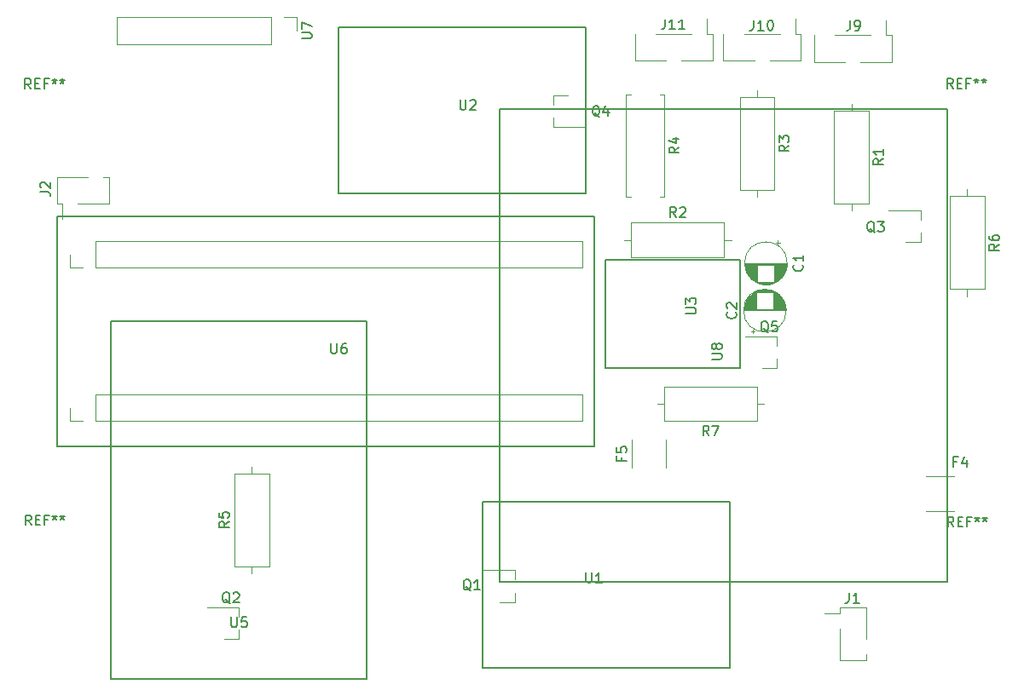
<source format=gbr>
G04 #@! TF.GenerationSoftware,KiCad,Pcbnew,(5.0.2)-1*
G04 #@! TF.CreationDate,2019-08-17T15:57:10+01:00*
G04 #@! TF.ProjectId,SoliCamb Rev 4 PCB,536f6c69-4361-46d6-9220-526576203420,rev?*
G04 #@! TF.SameCoordinates,Original*
G04 #@! TF.FileFunction,Legend,Top*
G04 #@! TF.FilePolarity,Positive*
%FSLAX46Y46*%
G04 Gerber Fmt 4.6, Leading zero omitted, Abs format (unit mm)*
G04 Created by KiCad (PCBNEW (5.0.2)-1) date 8/17/2019 3:57:10 PM*
%MOMM*%
%LPD*%
G01*
G04 APERTURE LIST*
%ADD10C,0.120000*%
%ADD11C,0.150000*%
G04 APERTURE END LIST*
D10*
G04 #@! TO.C,F4*
X155086252Y-122510000D02*
X152313748Y-122510000D01*
X155086252Y-119090000D02*
X152313748Y-119090000D01*
G04 #@! TO.C,F5*
X126470000Y-118241252D02*
X126470000Y-115468748D01*
X123050000Y-118241252D02*
X123050000Y-115468748D01*
G04 #@! TO.C,Q1*
X111460000Y-131580000D02*
X111460000Y-130650000D01*
X111460000Y-128420000D02*
X111460000Y-129350000D01*
X111460000Y-128420000D02*
X108300000Y-128420000D01*
X111460000Y-131580000D02*
X110000000Y-131580000D01*
G04 #@! TO.C,Q2*
X84048000Y-135250000D02*
X84048000Y-134320000D01*
X84048000Y-132090000D02*
X84048000Y-133020000D01*
X84048000Y-132090000D02*
X80888000Y-132090000D01*
X84048000Y-135250000D02*
X82588000Y-135250000D01*
G04 #@! TO.C,Q3*
X151760000Y-95780000D02*
X150300000Y-95780000D01*
X151760000Y-92620000D02*
X148600000Y-92620000D01*
X151760000Y-92620000D02*
X151760000Y-93550000D01*
X151760000Y-95780000D02*
X151760000Y-94850000D01*
G04 #@! TO.C,J1*
X143715000Y-132130000D02*
X146375000Y-132130000D01*
X143715000Y-137330000D02*
X146375000Y-137330000D01*
X146375000Y-132130000D02*
X146375000Y-135240000D01*
X143715000Y-132700000D02*
X142195000Y-132700000D01*
X143715000Y-132130000D02*
X143715000Y-132700000D01*
X146375000Y-136760000D02*
X146375000Y-137330000D01*
X143715000Y-134220000D02*
X143715000Y-137330000D01*
G04 #@! TO.C,J2*
X68070000Y-92008000D02*
X71180000Y-92008000D01*
X70610000Y-89348000D02*
X71180000Y-89348000D01*
X65980000Y-92008000D02*
X66550000Y-92008000D01*
X66550000Y-92008000D02*
X66550000Y-93528000D01*
X65980000Y-89348000D02*
X69090000Y-89348000D01*
X71180000Y-92008000D02*
X71180000Y-89348000D01*
X65980000Y-92008000D02*
X65980000Y-89348000D01*
G04 #@! TO.C,Q4*
X115294000Y-81224000D02*
X116754000Y-81224000D01*
X115294000Y-84384000D02*
X118454000Y-84384000D01*
X115294000Y-84384000D02*
X115294000Y-83454000D01*
X115294000Y-81224000D02*
X115294000Y-82154000D01*
G04 #@! TO.C,Q5*
X137495555Y-108322969D02*
X137495555Y-107392969D01*
X137495555Y-105162969D02*
X137495555Y-106092969D01*
X137495555Y-105162969D02*
X134335555Y-105162969D01*
X137495555Y-108322969D02*
X136035555Y-108322969D01*
G04 #@! TO.C,U7*
X71949000Y-73473000D02*
X71949000Y-76133000D01*
X87249000Y-73473000D02*
X71949000Y-73473000D01*
X87249000Y-76133000D02*
X71949000Y-76133000D01*
X87249000Y-73473000D02*
X87249000Y-76133000D01*
X88519000Y-73473000D02*
X89849000Y-73473000D01*
X89849000Y-73473000D02*
X89849000Y-74803000D01*
G04 #@! TO.C,J9*
X148904000Y-75251000D02*
X148904000Y-77911000D01*
X141164000Y-75251000D02*
X141164000Y-77911000D01*
X148904000Y-77911000D02*
X145794000Y-77911000D01*
X148334000Y-75251000D02*
X148334000Y-73731000D01*
X148904000Y-75251000D02*
X148334000Y-75251000D01*
X141734000Y-77911000D02*
X141164000Y-77911000D01*
X144274000Y-77911000D02*
X141164000Y-77911000D01*
X146814000Y-75251000D02*
X143254000Y-75251000D01*
G04 #@! TO.C,J10*
X137797000Y-75124000D02*
X134237000Y-75124000D01*
X135257000Y-77784000D02*
X132147000Y-77784000D01*
X132717000Y-77784000D02*
X132147000Y-77784000D01*
X139887000Y-75124000D02*
X139317000Y-75124000D01*
X139317000Y-75124000D02*
X139317000Y-73604000D01*
X139887000Y-77784000D02*
X136777000Y-77784000D01*
X132147000Y-75124000D02*
X132147000Y-77784000D01*
X139887000Y-75124000D02*
X139887000Y-77784000D01*
G04 #@! TO.C,J11*
X131124000Y-75128000D02*
X131124000Y-77788000D01*
X123384000Y-75128000D02*
X123384000Y-77788000D01*
X131124000Y-77788000D02*
X128014000Y-77788000D01*
X130554000Y-75128000D02*
X130554000Y-73608000D01*
X131124000Y-75128000D02*
X130554000Y-75128000D01*
X123954000Y-77788000D02*
X123384000Y-77788000D01*
X126494000Y-77788000D02*
X123384000Y-77788000D01*
X129034000Y-75128000D02*
X125474000Y-75128000D01*
D11*
G04 #@! TO.C,U1*
X132800000Y-121600000D02*
X132800000Y-138100000D01*
X108300000Y-121600000D02*
X132800000Y-121600000D01*
X108300000Y-138100000D02*
X108300000Y-121600000D01*
X132800000Y-138100000D02*
X108300000Y-138100000D01*
G04 #@! TO.C,U2*
X93996000Y-74446000D02*
X118496000Y-74446000D01*
X118496000Y-74446000D02*
X118496000Y-90946000D01*
X118496000Y-90946000D02*
X93996000Y-90946000D01*
X93996000Y-90946000D02*
X93996000Y-74446000D01*
D10*
G04 #@! TO.C,U6*
X67250000Y-98358000D02*
X67250000Y-97028000D01*
X69850000Y-98358000D02*
X118170000Y-98358000D01*
X118170000Y-98358000D02*
X118170000Y-95698000D01*
X68580000Y-98358000D02*
X67250000Y-98358000D01*
X69850000Y-95698000D02*
X118170000Y-95698000D01*
X69850000Y-98358000D02*
X69850000Y-95698000D01*
X67250000Y-113598000D02*
X67250000Y-112268000D01*
X69850000Y-113598000D02*
X118170000Y-113598000D01*
X118170000Y-113598000D02*
X118170000Y-110938000D01*
X68580000Y-113598000D02*
X67250000Y-113598000D01*
X69850000Y-110938000D02*
X118170000Y-110938000D01*
X69850000Y-113598000D02*
X69850000Y-110938000D01*
D11*
X66040000Y-93218000D02*
X66040000Y-116078000D01*
X66040000Y-116078000D02*
X119380000Y-116078000D01*
X119380000Y-116078000D02*
X119380000Y-93218000D01*
X119380000Y-93218000D02*
X66040000Y-93218000D01*
D10*
G04 #@! TO.C,C1*
X138520000Y-97900000D02*
G75*
G03X138520000Y-97900000I-2120000J0D01*
G01*
X138480000Y-97900000D02*
X134320000Y-97900000D01*
X138480000Y-97940000D02*
X134320000Y-97940000D01*
X138479000Y-97980000D02*
X134321000Y-97980000D01*
X138477000Y-98020000D02*
X134323000Y-98020000D01*
X138474000Y-98060000D02*
X134326000Y-98060000D01*
X138471000Y-98100000D02*
X137240000Y-98100000D01*
X135560000Y-98100000D02*
X134329000Y-98100000D01*
X138467000Y-98140000D02*
X137240000Y-98140000D01*
X135560000Y-98140000D02*
X134333000Y-98140000D01*
X138462000Y-98180000D02*
X137240000Y-98180000D01*
X135560000Y-98180000D02*
X134338000Y-98180000D01*
X138456000Y-98220000D02*
X137240000Y-98220000D01*
X135560000Y-98220000D02*
X134344000Y-98220000D01*
X138450000Y-98260000D02*
X137240000Y-98260000D01*
X135560000Y-98260000D02*
X134350000Y-98260000D01*
X138442000Y-98300000D02*
X137240000Y-98300000D01*
X135560000Y-98300000D02*
X134358000Y-98300000D01*
X138434000Y-98340000D02*
X137240000Y-98340000D01*
X135560000Y-98340000D02*
X134366000Y-98340000D01*
X138425000Y-98380000D02*
X137240000Y-98380000D01*
X135560000Y-98380000D02*
X134375000Y-98380000D01*
X138416000Y-98420000D02*
X137240000Y-98420000D01*
X135560000Y-98420000D02*
X134384000Y-98420000D01*
X138405000Y-98460000D02*
X137240000Y-98460000D01*
X135560000Y-98460000D02*
X134395000Y-98460000D01*
X138394000Y-98500000D02*
X137240000Y-98500000D01*
X135560000Y-98500000D02*
X134406000Y-98500000D01*
X138382000Y-98540000D02*
X137240000Y-98540000D01*
X135560000Y-98540000D02*
X134418000Y-98540000D01*
X138368000Y-98580000D02*
X137240000Y-98580000D01*
X135560000Y-98580000D02*
X134432000Y-98580000D01*
X138354000Y-98621000D02*
X137240000Y-98621000D01*
X135560000Y-98621000D02*
X134446000Y-98621000D01*
X138340000Y-98661000D02*
X137240000Y-98661000D01*
X135560000Y-98661000D02*
X134460000Y-98661000D01*
X138324000Y-98701000D02*
X137240000Y-98701000D01*
X135560000Y-98701000D02*
X134476000Y-98701000D01*
X138307000Y-98741000D02*
X137240000Y-98741000D01*
X135560000Y-98741000D02*
X134493000Y-98741000D01*
X138289000Y-98781000D02*
X137240000Y-98781000D01*
X135560000Y-98781000D02*
X134511000Y-98781000D01*
X138270000Y-98821000D02*
X137240000Y-98821000D01*
X135560000Y-98821000D02*
X134530000Y-98821000D01*
X138251000Y-98861000D02*
X137240000Y-98861000D01*
X135560000Y-98861000D02*
X134549000Y-98861000D01*
X138230000Y-98901000D02*
X137240000Y-98901000D01*
X135560000Y-98901000D02*
X134570000Y-98901000D01*
X138208000Y-98941000D02*
X137240000Y-98941000D01*
X135560000Y-98941000D02*
X134592000Y-98941000D01*
X138185000Y-98981000D02*
X137240000Y-98981000D01*
X135560000Y-98981000D02*
X134615000Y-98981000D01*
X138160000Y-99021000D02*
X137240000Y-99021000D01*
X135560000Y-99021000D02*
X134640000Y-99021000D01*
X138135000Y-99061000D02*
X137240000Y-99061000D01*
X135560000Y-99061000D02*
X134665000Y-99061000D01*
X138108000Y-99101000D02*
X137240000Y-99101000D01*
X135560000Y-99101000D02*
X134692000Y-99101000D01*
X138080000Y-99141000D02*
X137240000Y-99141000D01*
X135560000Y-99141000D02*
X134720000Y-99141000D01*
X138050000Y-99181000D02*
X137240000Y-99181000D01*
X135560000Y-99181000D02*
X134750000Y-99181000D01*
X138019000Y-99221000D02*
X137240000Y-99221000D01*
X135560000Y-99221000D02*
X134781000Y-99221000D01*
X137987000Y-99261000D02*
X137240000Y-99261000D01*
X135560000Y-99261000D02*
X134813000Y-99261000D01*
X137952000Y-99301000D02*
X137240000Y-99301000D01*
X135560000Y-99301000D02*
X134848000Y-99301000D01*
X137916000Y-99341000D02*
X137240000Y-99341000D01*
X135560000Y-99341000D02*
X134884000Y-99341000D01*
X137878000Y-99381000D02*
X137240000Y-99381000D01*
X135560000Y-99381000D02*
X134922000Y-99381000D01*
X137838000Y-99421000D02*
X137240000Y-99421000D01*
X135560000Y-99421000D02*
X134962000Y-99421000D01*
X137796000Y-99461000D02*
X137240000Y-99461000D01*
X135560000Y-99461000D02*
X135004000Y-99461000D01*
X137751000Y-99501000D02*
X137240000Y-99501000D01*
X135560000Y-99501000D02*
X135049000Y-99501000D01*
X137704000Y-99541000D02*
X137240000Y-99541000D01*
X135560000Y-99541000D02*
X135096000Y-99541000D01*
X137654000Y-99581000D02*
X137240000Y-99581000D01*
X135560000Y-99581000D02*
X135146000Y-99581000D01*
X137600000Y-99621000D02*
X137240000Y-99621000D01*
X135560000Y-99621000D02*
X135200000Y-99621000D01*
X137542000Y-99661000D02*
X137240000Y-99661000D01*
X135560000Y-99661000D02*
X135258000Y-99661000D01*
X137480000Y-99701000D02*
X137240000Y-99701000D01*
X135560000Y-99701000D02*
X135320000Y-99701000D01*
X137413000Y-99741000D02*
X135387000Y-99741000D01*
X137340000Y-99781000D02*
X135460000Y-99781000D01*
X137259000Y-99821000D02*
X135541000Y-99821000D01*
X137168000Y-99861000D02*
X135632000Y-99861000D01*
X137064000Y-99901000D02*
X135736000Y-99901000D01*
X136937000Y-99941000D02*
X135863000Y-99941000D01*
X136770000Y-99981000D02*
X136030000Y-99981000D01*
X137595000Y-95630199D02*
X137595000Y-96030199D01*
X137795000Y-95830199D02*
X137395000Y-95830199D01*
G04 #@! TO.C,C2*
X134905000Y-104669801D02*
X135305000Y-104669801D01*
X135105000Y-104869801D02*
X135105000Y-104469801D01*
X135930000Y-100519000D02*
X136670000Y-100519000D01*
X135763000Y-100559000D02*
X136837000Y-100559000D01*
X135636000Y-100599000D02*
X136964000Y-100599000D01*
X135532000Y-100639000D02*
X137068000Y-100639000D01*
X135441000Y-100679000D02*
X137159000Y-100679000D01*
X135360000Y-100719000D02*
X137240000Y-100719000D01*
X135287000Y-100759000D02*
X137313000Y-100759000D01*
X137140000Y-100799000D02*
X137380000Y-100799000D01*
X135220000Y-100799000D02*
X135460000Y-100799000D01*
X137140000Y-100839000D02*
X137442000Y-100839000D01*
X135158000Y-100839000D02*
X135460000Y-100839000D01*
X137140000Y-100879000D02*
X137500000Y-100879000D01*
X135100000Y-100879000D02*
X135460000Y-100879000D01*
X137140000Y-100919000D02*
X137554000Y-100919000D01*
X135046000Y-100919000D02*
X135460000Y-100919000D01*
X137140000Y-100959000D02*
X137604000Y-100959000D01*
X134996000Y-100959000D02*
X135460000Y-100959000D01*
X137140000Y-100999000D02*
X137651000Y-100999000D01*
X134949000Y-100999000D02*
X135460000Y-100999000D01*
X137140000Y-101039000D02*
X137696000Y-101039000D01*
X134904000Y-101039000D02*
X135460000Y-101039000D01*
X137140000Y-101079000D02*
X137738000Y-101079000D01*
X134862000Y-101079000D02*
X135460000Y-101079000D01*
X137140000Y-101119000D02*
X137778000Y-101119000D01*
X134822000Y-101119000D02*
X135460000Y-101119000D01*
X137140000Y-101159000D02*
X137816000Y-101159000D01*
X134784000Y-101159000D02*
X135460000Y-101159000D01*
X137140000Y-101199000D02*
X137852000Y-101199000D01*
X134748000Y-101199000D02*
X135460000Y-101199000D01*
X137140000Y-101239000D02*
X137887000Y-101239000D01*
X134713000Y-101239000D02*
X135460000Y-101239000D01*
X137140000Y-101279000D02*
X137919000Y-101279000D01*
X134681000Y-101279000D02*
X135460000Y-101279000D01*
X137140000Y-101319000D02*
X137950000Y-101319000D01*
X134650000Y-101319000D02*
X135460000Y-101319000D01*
X137140000Y-101359000D02*
X137980000Y-101359000D01*
X134620000Y-101359000D02*
X135460000Y-101359000D01*
X137140000Y-101399000D02*
X138008000Y-101399000D01*
X134592000Y-101399000D02*
X135460000Y-101399000D01*
X137140000Y-101439000D02*
X138035000Y-101439000D01*
X134565000Y-101439000D02*
X135460000Y-101439000D01*
X137140000Y-101479000D02*
X138060000Y-101479000D01*
X134540000Y-101479000D02*
X135460000Y-101479000D01*
X137140000Y-101519000D02*
X138085000Y-101519000D01*
X134515000Y-101519000D02*
X135460000Y-101519000D01*
X137140000Y-101559000D02*
X138108000Y-101559000D01*
X134492000Y-101559000D02*
X135460000Y-101559000D01*
X137140000Y-101599000D02*
X138130000Y-101599000D01*
X134470000Y-101599000D02*
X135460000Y-101599000D01*
X137140000Y-101639000D02*
X138151000Y-101639000D01*
X134449000Y-101639000D02*
X135460000Y-101639000D01*
X137140000Y-101679000D02*
X138170000Y-101679000D01*
X134430000Y-101679000D02*
X135460000Y-101679000D01*
X137140000Y-101719000D02*
X138189000Y-101719000D01*
X134411000Y-101719000D02*
X135460000Y-101719000D01*
X137140000Y-101759000D02*
X138207000Y-101759000D01*
X134393000Y-101759000D02*
X135460000Y-101759000D01*
X137140000Y-101799000D02*
X138224000Y-101799000D01*
X134376000Y-101799000D02*
X135460000Y-101799000D01*
X137140000Y-101839000D02*
X138240000Y-101839000D01*
X134360000Y-101839000D02*
X135460000Y-101839000D01*
X137140000Y-101879000D02*
X138254000Y-101879000D01*
X134346000Y-101879000D02*
X135460000Y-101879000D01*
X137140000Y-101920000D02*
X138268000Y-101920000D01*
X134332000Y-101920000D02*
X135460000Y-101920000D01*
X137140000Y-101960000D02*
X138282000Y-101960000D01*
X134318000Y-101960000D02*
X135460000Y-101960000D01*
X137140000Y-102000000D02*
X138294000Y-102000000D01*
X134306000Y-102000000D02*
X135460000Y-102000000D01*
X137140000Y-102040000D02*
X138305000Y-102040000D01*
X134295000Y-102040000D02*
X135460000Y-102040000D01*
X137140000Y-102080000D02*
X138316000Y-102080000D01*
X134284000Y-102080000D02*
X135460000Y-102080000D01*
X137140000Y-102120000D02*
X138325000Y-102120000D01*
X134275000Y-102120000D02*
X135460000Y-102120000D01*
X137140000Y-102160000D02*
X138334000Y-102160000D01*
X134266000Y-102160000D02*
X135460000Y-102160000D01*
X137140000Y-102200000D02*
X138342000Y-102200000D01*
X134258000Y-102200000D02*
X135460000Y-102200000D01*
X137140000Y-102240000D02*
X138350000Y-102240000D01*
X134250000Y-102240000D02*
X135460000Y-102240000D01*
X137140000Y-102280000D02*
X138356000Y-102280000D01*
X134244000Y-102280000D02*
X135460000Y-102280000D01*
X137140000Y-102320000D02*
X138362000Y-102320000D01*
X134238000Y-102320000D02*
X135460000Y-102320000D01*
X137140000Y-102360000D02*
X138367000Y-102360000D01*
X134233000Y-102360000D02*
X135460000Y-102360000D01*
X137140000Y-102400000D02*
X138371000Y-102400000D01*
X134229000Y-102400000D02*
X135460000Y-102400000D01*
X134226000Y-102440000D02*
X138374000Y-102440000D01*
X134223000Y-102480000D02*
X138377000Y-102480000D01*
X134221000Y-102520000D02*
X138379000Y-102520000D01*
X134220000Y-102560000D02*
X138380000Y-102560000D01*
X134220000Y-102600000D02*
X138380000Y-102600000D01*
X138420000Y-102600000D02*
G75*
G03X138420000Y-102600000I-2120000J0D01*
G01*
G04 #@! TO.C,R1*
X146620000Y-82730000D02*
X143180000Y-82730000D01*
X143180000Y-82730000D02*
X143180000Y-91970000D01*
X143180000Y-91970000D02*
X146620000Y-91970000D01*
X146620000Y-91970000D02*
X146620000Y-82730000D01*
X144900000Y-82040000D02*
X144900000Y-82730000D01*
X144900000Y-92660000D02*
X144900000Y-91970000D01*
G04 #@! TO.C,R2*
X132960000Y-95600000D02*
X132270000Y-95600000D01*
X122340000Y-95600000D02*
X123030000Y-95600000D01*
X132270000Y-93880000D02*
X123030000Y-93880000D01*
X132270000Y-97320000D02*
X132270000Y-93880000D01*
X123030000Y-97320000D02*
X132270000Y-97320000D01*
X123030000Y-93880000D02*
X123030000Y-97320000D01*
G04 #@! TO.C,R3*
X137240000Y-81410000D02*
X133800000Y-81410000D01*
X133800000Y-81410000D02*
X133800000Y-90650000D01*
X133800000Y-90650000D02*
X137240000Y-90650000D01*
X137240000Y-90650000D02*
X137240000Y-81410000D01*
X135520000Y-80720000D02*
X135520000Y-81410000D01*
X135520000Y-91340000D02*
X135520000Y-90650000D01*
G04 #@! TO.C,R4*
X125850000Y-81130000D02*
X126330000Y-81130000D01*
X126330000Y-81130000D02*
X126330000Y-91270000D01*
X126330000Y-91270000D02*
X125850000Y-91270000D01*
X122970000Y-81130000D02*
X122490000Y-81130000D01*
X122490000Y-81130000D02*
X122490000Y-91270000D01*
X122490000Y-91270000D02*
X122970000Y-91270000D01*
G04 #@! TO.C,R5*
X83630000Y-128030000D02*
X87070000Y-128030000D01*
X87070000Y-128030000D02*
X87070000Y-118790000D01*
X87070000Y-118790000D02*
X83630000Y-118790000D01*
X83630000Y-118790000D02*
X83630000Y-128030000D01*
X85350000Y-128720000D02*
X85350000Y-128030000D01*
X85350000Y-118100000D02*
X85350000Y-118790000D01*
G04 #@! TO.C,R6*
X156380000Y-101170000D02*
X156380000Y-100480000D01*
X156380000Y-90550000D02*
X156380000Y-91240000D01*
X158100000Y-100480000D02*
X158100000Y-91240000D01*
X154660000Y-100480000D02*
X158100000Y-100480000D01*
X154660000Y-91240000D02*
X154660000Y-100480000D01*
X158100000Y-91240000D02*
X154660000Y-91240000D01*
G04 #@! TO.C,R7*
X125600000Y-111870000D02*
X126290000Y-111870000D01*
X136220000Y-111870000D02*
X135530000Y-111870000D01*
X126290000Y-113590000D02*
X135530000Y-113590000D01*
X126290000Y-110150000D02*
X126290000Y-113590000D01*
X135530000Y-110150000D02*
X126290000Y-110150000D01*
X135530000Y-113590000D02*
X135530000Y-110150000D01*
D11*
G04 #@! TO.C,U3*
X120503555Y-107697969D02*
X120503555Y-97537969D01*
X120503555Y-97537969D02*
X133838555Y-97537969D01*
X133838555Y-97537969D02*
X133838555Y-107697969D01*
X120503555Y-107697969D02*
X120503555Y-108332969D01*
X120503555Y-108332969D02*
X133838555Y-108332969D01*
X133838555Y-108332969D02*
X133838555Y-107697969D01*
G04 #@! TO.C,U5*
X71374000Y-139192000D02*
X94234000Y-139192000D01*
X94234000Y-103632000D02*
X71374000Y-103632000D01*
X71374000Y-103632000D02*
X71374000Y-139192000D01*
X96774000Y-139192000D02*
X71374000Y-139192000D01*
X71374000Y-139192000D02*
X96774000Y-139192000D01*
X96774000Y-103632000D02*
X96774000Y-139192000D01*
X96774000Y-139192000D02*
X96774000Y-103632000D01*
X96774000Y-103632000D02*
X94234000Y-103632000D01*
G04 #@! TO.C,U8*
X154432000Y-129540000D02*
X154432000Y-82550000D01*
X154432000Y-82550000D02*
X109982000Y-82550000D01*
X109982000Y-82550000D02*
X109982000Y-129540000D01*
X109982000Y-129540000D02*
X154432000Y-129540000D01*
G04 #@! TO.C,F4*
X155366666Y-117628571D02*
X155033333Y-117628571D01*
X155033333Y-118152380D02*
X155033333Y-117152380D01*
X155509523Y-117152380D01*
X156319047Y-117485714D02*
X156319047Y-118152380D01*
X156080952Y-117104761D02*
X155842857Y-117819047D01*
X156461904Y-117819047D01*
G04 #@! TO.C,F5*
X122038571Y-117188333D02*
X122038571Y-117521666D01*
X122562380Y-117521666D02*
X121562380Y-117521666D01*
X121562380Y-117045476D01*
X121562380Y-116188333D02*
X121562380Y-116664523D01*
X122038571Y-116712142D01*
X121990952Y-116664523D01*
X121943333Y-116569285D01*
X121943333Y-116331190D01*
X121990952Y-116235952D01*
X122038571Y-116188333D01*
X122133809Y-116140714D01*
X122371904Y-116140714D01*
X122467142Y-116188333D01*
X122514761Y-116235952D01*
X122562380Y-116331190D01*
X122562380Y-116569285D01*
X122514761Y-116664523D01*
X122467142Y-116712142D01*
G04 #@! TO.C,Q1*
X107104761Y-130447619D02*
X107009523Y-130400000D01*
X106914285Y-130304761D01*
X106771428Y-130161904D01*
X106676190Y-130114285D01*
X106580952Y-130114285D01*
X106628571Y-130352380D02*
X106533333Y-130304761D01*
X106438095Y-130209523D01*
X106390476Y-130019047D01*
X106390476Y-129685714D01*
X106438095Y-129495238D01*
X106533333Y-129400000D01*
X106628571Y-129352380D01*
X106819047Y-129352380D01*
X106914285Y-129400000D01*
X107009523Y-129495238D01*
X107057142Y-129685714D01*
X107057142Y-130019047D01*
X107009523Y-130209523D01*
X106914285Y-130304761D01*
X106819047Y-130352380D01*
X106628571Y-130352380D01*
X108009523Y-130352380D02*
X107438095Y-130352380D01*
X107723809Y-130352380D02*
X107723809Y-129352380D01*
X107628571Y-129495238D01*
X107533333Y-129590476D01*
X107438095Y-129638095D01*
G04 #@! TO.C,Q2*
X83192761Y-131717619D02*
X83097523Y-131670000D01*
X83002285Y-131574761D01*
X82859428Y-131431904D01*
X82764190Y-131384285D01*
X82668952Y-131384285D01*
X82716571Y-131622380D02*
X82621333Y-131574761D01*
X82526095Y-131479523D01*
X82478476Y-131289047D01*
X82478476Y-130955714D01*
X82526095Y-130765238D01*
X82621333Y-130670000D01*
X82716571Y-130622380D01*
X82907047Y-130622380D01*
X83002285Y-130670000D01*
X83097523Y-130765238D01*
X83145142Y-130955714D01*
X83145142Y-131289047D01*
X83097523Y-131479523D01*
X83002285Y-131574761D01*
X82907047Y-131622380D01*
X82716571Y-131622380D01*
X83526095Y-130717619D02*
X83573714Y-130670000D01*
X83668952Y-130622380D01*
X83907047Y-130622380D01*
X84002285Y-130670000D01*
X84049904Y-130717619D01*
X84097523Y-130812857D01*
X84097523Y-130908095D01*
X84049904Y-131050952D01*
X83478476Y-131622380D01*
X84097523Y-131622380D01*
G04 #@! TO.C,Q3*
X147204761Y-94847619D02*
X147109523Y-94800000D01*
X147014285Y-94704761D01*
X146871428Y-94561904D01*
X146776190Y-94514285D01*
X146680952Y-94514285D01*
X146728571Y-94752380D02*
X146633333Y-94704761D01*
X146538095Y-94609523D01*
X146490476Y-94419047D01*
X146490476Y-94085714D01*
X146538095Y-93895238D01*
X146633333Y-93800000D01*
X146728571Y-93752380D01*
X146919047Y-93752380D01*
X147014285Y-93800000D01*
X147109523Y-93895238D01*
X147157142Y-94085714D01*
X147157142Y-94419047D01*
X147109523Y-94609523D01*
X147014285Y-94704761D01*
X146919047Y-94752380D01*
X146728571Y-94752380D01*
X147490476Y-93752380D02*
X148109523Y-93752380D01*
X147776190Y-94133333D01*
X147919047Y-94133333D01*
X148014285Y-94180952D01*
X148061904Y-94228571D01*
X148109523Y-94323809D01*
X148109523Y-94561904D01*
X148061904Y-94657142D01*
X148014285Y-94704761D01*
X147919047Y-94752380D01*
X147633333Y-94752380D01*
X147538095Y-94704761D01*
X147490476Y-94657142D01*
G04 #@! TO.C,J1*
X144666666Y-130652380D02*
X144666666Y-131366666D01*
X144619047Y-131509523D01*
X144523809Y-131604761D01*
X144380952Y-131652380D01*
X144285714Y-131652380D01*
X145666666Y-131652380D02*
X145095238Y-131652380D01*
X145380952Y-131652380D02*
X145380952Y-130652380D01*
X145285714Y-130795238D01*
X145190476Y-130890476D01*
X145095238Y-130938095D01*
G04 #@! TO.C,J2*
X64352380Y-90833333D02*
X65066666Y-90833333D01*
X65209523Y-90880952D01*
X65304761Y-90976190D01*
X65352380Y-91119047D01*
X65352380Y-91214285D01*
X64447619Y-90404761D02*
X64400000Y-90357142D01*
X64352380Y-90261904D01*
X64352380Y-90023809D01*
X64400000Y-89928571D01*
X64447619Y-89880952D01*
X64542857Y-89833333D01*
X64638095Y-89833333D01*
X64780952Y-89880952D01*
X65352380Y-90452380D01*
X65352380Y-89833333D01*
G04 #@! TO.C,Q4*
X119904761Y-83347619D02*
X119809523Y-83300000D01*
X119714285Y-83204761D01*
X119571428Y-83061904D01*
X119476190Y-83014285D01*
X119380952Y-83014285D01*
X119428571Y-83252380D02*
X119333333Y-83204761D01*
X119238095Y-83109523D01*
X119190476Y-82919047D01*
X119190476Y-82585714D01*
X119238095Y-82395238D01*
X119333333Y-82300000D01*
X119428571Y-82252380D01*
X119619047Y-82252380D01*
X119714285Y-82300000D01*
X119809523Y-82395238D01*
X119857142Y-82585714D01*
X119857142Y-82919047D01*
X119809523Y-83109523D01*
X119714285Y-83204761D01*
X119619047Y-83252380D01*
X119428571Y-83252380D01*
X120714285Y-82585714D02*
X120714285Y-83252380D01*
X120476190Y-82204761D02*
X120238095Y-82919047D01*
X120857142Y-82919047D01*
G04 #@! TO.C,Q5*
X136640316Y-104790588D02*
X136545078Y-104742969D01*
X136449840Y-104647730D01*
X136306983Y-104504873D01*
X136211745Y-104457254D01*
X136116507Y-104457254D01*
X136164126Y-104695349D02*
X136068888Y-104647730D01*
X135973650Y-104552492D01*
X135926031Y-104362016D01*
X135926031Y-104028683D01*
X135973650Y-103838207D01*
X136068888Y-103742969D01*
X136164126Y-103695349D01*
X136354602Y-103695349D01*
X136449840Y-103742969D01*
X136545078Y-103838207D01*
X136592697Y-104028683D01*
X136592697Y-104362016D01*
X136545078Y-104552492D01*
X136449840Y-104647730D01*
X136354602Y-104695349D01*
X136164126Y-104695349D01*
X137497459Y-103695349D02*
X137021269Y-103695349D01*
X136973650Y-104171540D01*
X137021269Y-104123921D01*
X137116507Y-104076302D01*
X137354602Y-104076302D01*
X137449840Y-104123921D01*
X137497459Y-104171540D01*
X137545078Y-104266778D01*
X137545078Y-104504873D01*
X137497459Y-104600111D01*
X137449840Y-104647730D01*
X137354602Y-104695349D01*
X137116507Y-104695349D01*
X137021269Y-104647730D01*
X136973650Y-104600111D01*
G04 #@! TO.C,U7*
X90301380Y-75564904D02*
X91110904Y-75564904D01*
X91206142Y-75517285D01*
X91253761Y-75469666D01*
X91301380Y-75374428D01*
X91301380Y-75183952D01*
X91253761Y-75088714D01*
X91206142Y-75041095D01*
X91110904Y-74993476D01*
X90301380Y-74993476D01*
X90301380Y-74612523D02*
X90301380Y-73945857D01*
X91301380Y-74374428D01*
G04 #@! TO.C,J9*
X144766666Y-73752380D02*
X144766666Y-74466666D01*
X144719047Y-74609523D01*
X144623809Y-74704761D01*
X144480952Y-74752380D01*
X144385714Y-74752380D01*
X145290476Y-74752380D02*
X145480952Y-74752380D01*
X145576190Y-74704761D01*
X145623809Y-74657142D01*
X145719047Y-74514285D01*
X145766666Y-74323809D01*
X145766666Y-73942857D01*
X145719047Y-73847619D01*
X145671428Y-73800000D01*
X145576190Y-73752380D01*
X145385714Y-73752380D01*
X145290476Y-73800000D01*
X145242857Y-73847619D01*
X145195238Y-73942857D01*
X145195238Y-74180952D01*
X145242857Y-74276190D01*
X145290476Y-74323809D01*
X145385714Y-74371428D01*
X145576190Y-74371428D01*
X145671428Y-74323809D01*
X145719047Y-74276190D01*
X145766666Y-74180952D01*
G04 #@! TO.C,J10*
X135190476Y-73752380D02*
X135190476Y-74466666D01*
X135142857Y-74609523D01*
X135047619Y-74704761D01*
X134904761Y-74752380D01*
X134809523Y-74752380D01*
X136190476Y-74752380D02*
X135619047Y-74752380D01*
X135904761Y-74752380D02*
X135904761Y-73752380D01*
X135809523Y-73895238D01*
X135714285Y-73990476D01*
X135619047Y-74038095D01*
X136809523Y-73752380D02*
X136904761Y-73752380D01*
X137000000Y-73800000D01*
X137047619Y-73847619D01*
X137095238Y-73942857D01*
X137142857Y-74133333D01*
X137142857Y-74371428D01*
X137095238Y-74561904D01*
X137047619Y-74657142D01*
X137000000Y-74704761D01*
X136904761Y-74752380D01*
X136809523Y-74752380D01*
X136714285Y-74704761D01*
X136666666Y-74657142D01*
X136619047Y-74561904D01*
X136571428Y-74371428D01*
X136571428Y-74133333D01*
X136619047Y-73942857D01*
X136666666Y-73847619D01*
X136714285Y-73800000D01*
X136809523Y-73752380D01*
G04 #@! TO.C,J11*
X126390476Y-73652380D02*
X126390476Y-74366666D01*
X126342857Y-74509523D01*
X126247619Y-74604761D01*
X126104761Y-74652380D01*
X126009523Y-74652380D01*
X127390476Y-74652380D02*
X126819047Y-74652380D01*
X127104761Y-74652380D02*
X127104761Y-73652380D01*
X127009523Y-73795238D01*
X126914285Y-73890476D01*
X126819047Y-73938095D01*
X128342857Y-74652380D02*
X127771428Y-74652380D01*
X128057142Y-74652380D02*
X128057142Y-73652380D01*
X127961904Y-73795238D01*
X127866666Y-73890476D01*
X127771428Y-73938095D01*
G04 #@! TO.C,U1*
X118538095Y-128652380D02*
X118538095Y-129461904D01*
X118585714Y-129557142D01*
X118633333Y-129604761D01*
X118728571Y-129652380D01*
X118919047Y-129652380D01*
X119014285Y-129604761D01*
X119061904Y-129557142D01*
X119109523Y-129461904D01*
X119109523Y-128652380D01*
X120109523Y-129652380D02*
X119538095Y-129652380D01*
X119823809Y-129652380D02*
X119823809Y-128652380D01*
X119728571Y-128795238D01*
X119633333Y-128890476D01*
X119538095Y-128938095D01*
G04 #@! TO.C,U2*
X106038095Y-81652380D02*
X106038095Y-82461904D01*
X106085714Y-82557142D01*
X106133333Y-82604761D01*
X106228571Y-82652380D01*
X106419047Y-82652380D01*
X106514285Y-82604761D01*
X106561904Y-82557142D01*
X106609523Y-82461904D01*
X106609523Y-81652380D01*
X107038095Y-81747619D02*
X107085714Y-81700000D01*
X107180952Y-81652380D01*
X107419047Y-81652380D01*
X107514285Y-81700000D01*
X107561904Y-81747619D01*
X107609523Y-81842857D01*
X107609523Y-81938095D01*
X107561904Y-82080952D01*
X106990476Y-82652380D01*
X107609523Y-82652380D01*
G04 #@! TO.C,U6*
X93218095Y-105870380D02*
X93218095Y-106679904D01*
X93265714Y-106775142D01*
X93313333Y-106822761D01*
X93408571Y-106870380D01*
X93599047Y-106870380D01*
X93694285Y-106822761D01*
X93741904Y-106775142D01*
X93789523Y-106679904D01*
X93789523Y-105870380D01*
X94694285Y-105870380D02*
X94503809Y-105870380D01*
X94408571Y-105918000D01*
X94360952Y-105965619D01*
X94265714Y-106108476D01*
X94218095Y-106298952D01*
X94218095Y-106679904D01*
X94265714Y-106775142D01*
X94313333Y-106822761D01*
X94408571Y-106870380D01*
X94599047Y-106870380D01*
X94694285Y-106822761D01*
X94741904Y-106775142D01*
X94789523Y-106679904D01*
X94789523Y-106441809D01*
X94741904Y-106346571D01*
X94694285Y-106298952D01*
X94599047Y-106251333D01*
X94408571Y-106251333D01*
X94313333Y-106298952D01*
X94265714Y-106346571D01*
X94218095Y-106441809D01*
G04 #@! TO.C,C1*
X140007142Y-98066666D02*
X140054761Y-98114285D01*
X140102380Y-98257142D01*
X140102380Y-98352380D01*
X140054761Y-98495238D01*
X139959523Y-98590476D01*
X139864285Y-98638095D01*
X139673809Y-98685714D01*
X139530952Y-98685714D01*
X139340476Y-98638095D01*
X139245238Y-98590476D01*
X139150000Y-98495238D01*
X139102380Y-98352380D01*
X139102380Y-98257142D01*
X139150000Y-98114285D01*
X139197619Y-98066666D01*
X140102380Y-97114285D02*
X140102380Y-97685714D01*
X140102380Y-97400000D02*
X139102380Y-97400000D01*
X139245238Y-97495238D01*
X139340476Y-97590476D01*
X139388095Y-97685714D01*
G04 #@! TO.C,C2*
X133407142Y-102766666D02*
X133454761Y-102814285D01*
X133502380Y-102957142D01*
X133502380Y-103052380D01*
X133454761Y-103195238D01*
X133359523Y-103290476D01*
X133264285Y-103338095D01*
X133073809Y-103385714D01*
X132930952Y-103385714D01*
X132740476Y-103338095D01*
X132645238Y-103290476D01*
X132550000Y-103195238D01*
X132502380Y-103052380D01*
X132502380Y-102957142D01*
X132550000Y-102814285D01*
X132597619Y-102766666D01*
X132597619Y-102385714D02*
X132550000Y-102338095D01*
X132502380Y-102242857D01*
X132502380Y-102004761D01*
X132550000Y-101909523D01*
X132597619Y-101861904D01*
X132692857Y-101814285D01*
X132788095Y-101814285D01*
X132930952Y-101861904D01*
X133502380Y-102433333D01*
X133502380Y-101814285D01*
G04 #@! TO.C,R1*
X148072380Y-87516666D02*
X147596190Y-87850000D01*
X148072380Y-88088095D02*
X147072380Y-88088095D01*
X147072380Y-87707142D01*
X147120000Y-87611904D01*
X147167619Y-87564285D01*
X147262857Y-87516666D01*
X147405714Y-87516666D01*
X147500952Y-87564285D01*
X147548571Y-87611904D01*
X147596190Y-87707142D01*
X147596190Y-88088095D01*
X148072380Y-86564285D02*
X148072380Y-87135714D01*
X148072380Y-86850000D02*
X147072380Y-86850000D01*
X147215238Y-86945238D01*
X147310476Y-87040476D01*
X147358095Y-87135714D01*
G04 #@! TO.C,R2*
X127483333Y-93332380D02*
X127150000Y-92856190D01*
X126911904Y-93332380D02*
X126911904Y-92332380D01*
X127292857Y-92332380D01*
X127388095Y-92380000D01*
X127435714Y-92427619D01*
X127483333Y-92522857D01*
X127483333Y-92665714D01*
X127435714Y-92760952D01*
X127388095Y-92808571D01*
X127292857Y-92856190D01*
X126911904Y-92856190D01*
X127864285Y-92427619D02*
X127911904Y-92380000D01*
X128007142Y-92332380D01*
X128245238Y-92332380D01*
X128340476Y-92380000D01*
X128388095Y-92427619D01*
X128435714Y-92522857D01*
X128435714Y-92618095D01*
X128388095Y-92760952D01*
X127816666Y-93332380D01*
X128435714Y-93332380D01*
G04 #@! TO.C,R3*
X138692380Y-86196666D02*
X138216190Y-86530000D01*
X138692380Y-86768095D02*
X137692380Y-86768095D01*
X137692380Y-86387142D01*
X137740000Y-86291904D01*
X137787619Y-86244285D01*
X137882857Y-86196666D01*
X138025714Y-86196666D01*
X138120952Y-86244285D01*
X138168571Y-86291904D01*
X138216190Y-86387142D01*
X138216190Y-86768095D01*
X137692380Y-85863333D02*
X137692380Y-85244285D01*
X138073333Y-85577619D01*
X138073333Y-85434761D01*
X138120952Y-85339523D01*
X138168571Y-85291904D01*
X138263809Y-85244285D01*
X138501904Y-85244285D01*
X138597142Y-85291904D01*
X138644761Y-85339523D01*
X138692380Y-85434761D01*
X138692380Y-85720476D01*
X138644761Y-85815714D01*
X138597142Y-85863333D01*
G04 #@! TO.C,R4*
X127782380Y-86366666D02*
X127306190Y-86700000D01*
X127782380Y-86938095D02*
X126782380Y-86938095D01*
X126782380Y-86557142D01*
X126830000Y-86461904D01*
X126877619Y-86414285D01*
X126972857Y-86366666D01*
X127115714Y-86366666D01*
X127210952Y-86414285D01*
X127258571Y-86461904D01*
X127306190Y-86557142D01*
X127306190Y-86938095D01*
X127115714Y-85509523D02*
X127782380Y-85509523D01*
X126734761Y-85747619D02*
X127449047Y-85985714D01*
X127449047Y-85366666D01*
G04 #@! TO.C,R5*
X83082380Y-123576666D02*
X82606190Y-123910000D01*
X83082380Y-124148095D02*
X82082380Y-124148095D01*
X82082380Y-123767142D01*
X82130000Y-123671904D01*
X82177619Y-123624285D01*
X82272857Y-123576666D01*
X82415714Y-123576666D01*
X82510952Y-123624285D01*
X82558571Y-123671904D01*
X82606190Y-123767142D01*
X82606190Y-124148095D01*
X82082380Y-122671904D02*
X82082380Y-123148095D01*
X82558571Y-123195714D01*
X82510952Y-123148095D01*
X82463333Y-123052857D01*
X82463333Y-122814761D01*
X82510952Y-122719523D01*
X82558571Y-122671904D01*
X82653809Y-122624285D01*
X82891904Y-122624285D01*
X82987142Y-122671904D01*
X83034761Y-122719523D01*
X83082380Y-122814761D01*
X83082380Y-123052857D01*
X83034761Y-123148095D01*
X82987142Y-123195714D01*
G04 #@! TO.C,R6*
X159552380Y-96026666D02*
X159076190Y-96360000D01*
X159552380Y-96598095D02*
X158552380Y-96598095D01*
X158552380Y-96217142D01*
X158600000Y-96121904D01*
X158647619Y-96074285D01*
X158742857Y-96026666D01*
X158885714Y-96026666D01*
X158980952Y-96074285D01*
X159028571Y-96121904D01*
X159076190Y-96217142D01*
X159076190Y-96598095D01*
X158552380Y-95169523D02*
X158552380Y-95360000D01*
X158600000Y-95455238D01*
X158647619Y-95502857D01*
X158790476Y-95598095D01*
X158980952Y-95645714D01*
X159361904Y-95645714D01*
X159457142Y-95598095D01*
X159504761Y-95550476D01*
X159552380Y-95455238D01*
X159552380Y-95264761D01*
X159504761Y-95169523D01*
X159457142Y-95121904D01*
X159361904Y-95074285D01*
X159123809Y-95074285D01*
X159028571Y-95121904D01*
X158980952Y-95169523D01*
X158933333Y-95264761D01*
X158933333Y-95455238D01*
X158980952Y-95550476D01*
X159028571Y-95598095D01*
X159123809Y-95645714D01*
G04 #@! TO.C,R7*
X130743333Y-115042380D02*
X130410000Y-114566190D01*
X130171904Y-115042380D02*
X130171904Y-114042380D01*
X130552857Y-114042380D01*
X130648095Y-114090000D01*
X130695714Y-114137619D01*
X130743333Y-114232857D01*
X130743333Y-114375714D01*
X130695714Y-114470952D01*
X130648095Y-114518571D01*
X130552857Y-114566190D01*
X130171904Y-114566190D01*
X131076666Y-114042380D02*
X131743333Y-114042380D01*
X131314761Y-115042380D01*
G04 #@! TO.C,U3*
X128442075Y-102917593D02*
X129251599Y-102917593D01*
X129346837Y-102869974D01*
X129394456Y-102822355D01*
X129442075Y-102727117D01*
X129442075Y-102536641D01*
X129394456Y-102441403D01*
X129346837Y-102393784D01*
X129251599Y-102346165D01*
X128442075Y-102346165D01*
X128442075Y-101965212D02*
X128442075Y-101346165D01*
X128823028Y-101679498D01*
X128823028Y-101536641D01*
X128870647Y-101441403D01*
X128918266Y-101393784D01*
X129013504Y-101346165D01*
X129251599Y-101346165D01*
X129346837Y-101393784D01*
X129394456Y-101441403D01*
X129442075Y-101536641D01*
X129442075Y-101822355D01*
X129394456Y-101917593D01*
X129346837Y-101965212D01*
G04 #@! TO.C,U5*
X83312095Y-133064380D02*
X83312095Y-133873904D01*
X83359714Y-133969142D01*
X83407333Y-134016761D01*
X83502571Y-134064380D01*
X83693047Y-134064380D01*
X83788285Y-134016761D01*
X83835904Y-133969142D01*
X83883523Y-133873904D01*
X83883523Y-133064380D01*
X84835904Y-133064380D02*
X84359714Y-133064380D01*
X84312095Y-133540571D01*
X84359714Y-133492952D01*
X84454952Y-133445333D01*
X84693047Y-133445333D01*
X84788285Y-133492952D01*
X84835904Y-133540571D01*
X84883523Y-133635809D01*
X84883523Y-133873904D01*
X84835904Y-133969142D01*
X84788285Y-134016761D01*
X84693047Y-134064380D01*
X84454952Y-134064380D01*
X84359714Y-134016761D01*
X84312095Y-133969142D01*
G04 #@! TO.C,U8*
X131024380Y-107441904D02*
X131833904Y-107441904D01*
X131929142Y-107394285D01*
X131976761Y-107346666D01*
X132024380Y-107251428D01*
X132024380Y-107060952D01*
X131976761Y-106965714D01*
X131929142Y-106918095D01*
X131833904Y-106870476D01*
X131024380Y-106870476D01*
X131452952Y-106251428D02*
X131405333Y-106346666D01*
X131357714Y-106394285D01*
X131262476Y-106441904D01*
X131214857Y-106441904D01*
X131119619Y-106394285D01*
X131072000Y-106346666D01*
X131024380Y-106251428D01*
X131024380Y-106060952D01*
X131072000Y-105965714D01*
X131119619Y-105918095D01*
X131214857Y-105870476D01*
X131262476Y-105870476D01*
X131357714Y-105918095D01*
X131405333Y-105965714D01*
X131452952Y-106060952D01*
X131452952Y-106251428D01*
X131500571Y-106346666D01*
X131548190Y-106394285D01*
X131643428Y-106441904D01*
X131833904Y-106441904D01*
X131929142Y-106394285D01*
X131976761Y-106346666D01*
X132024380Y-106251428D01*
X132024380Y-106060952D01*
X131976761Y-105965714D01*
X131929142Y-105918095D01*
X131833904Y-105870476D01*
X131643428Y-105870476D01*
X131548190Y-105918095D01*
X131500571Y-105965714D01*
X131452952Y-106060952D01*
G04 #@! TO.C,REF\002A\002A*
X154976666Y-80542380D02*
X154643333Y-80066190D01*
X154405238Y-80542380D02*
X154405238Y-79542380D01*
X154786190Y-79542380D01*
X154881428Y-79590000D01*
X154929047Y-79637619D01*
X154976666Y-79732857D01*
X154976666Y-79875714D01*
X154929047Y-79970952D01*
X154881428Y-80018571D01*
X154786190Y-80066190D01*
X154405238Y-80066190D01*
X155405238Y-80018571D02*
X155738571Y-80018571D01*
X155881428Y-80542380D02*
X155405238Y-80542380D01*
X155405238Y-79542380D01*
X155881428Y-79542380D01*
X156643333Y-80018571D02*
X156310000Y-80018571D01*
X156310000Y-80542380D02*
X156310000Y-79542380D01*
X156786190Y-79542380D01*
X157310000Y-79542380D02*
X157310000Y-79780476D01*
X157071904Y-79685238D02*
X157310000Y-79780476D01*
X157548095Y-79685238D01*
X157167142Y-79970952D02*
X157310000Y-79780476D01*
X157452857Y-79970952D01*
X158071904Y-79542380D02*
X158071904Y-79780476D01*
X157833809Y-79685238D02*
X158071904Y-79780476D01*
X158310000Y-79685238D01*
X157929047Y-79970952D02*
X158071904Y-79780476D01*
X158214761Y-79970952D01*
X155046666Y-124092380D02*
X154713333Y-123616190D01*
X154475238Y-124092380D02*
X154475238Y-123092380D01*
X154856190Y-123092380D01*
X154951428Y-123140000D01*
X154999047Y-123187619D01*
X155046666Y-123282857D01*
X155046666Y-123425714D01*
X154999047Y-123520952D01*
X154951428Y-123568571D01*
X154856190Y-123616190D01*
X154475238Y-123616190D01*
X155475238Y-123568571D02*
X155808571Y-123568571D01*
X155951428Y-124092380D02*
X155475238Y-124092380D01*
X155475238Y-123092380D01*
X155951428Y-123092380D01*
X156713333Y-123568571D02*
X156380000Y-123568571D01*
X156380000Y-124092380D02*
X156380000Y-123092380D01*
X156856190Y-123092380D01*
X157380000Y-123092380D02*
X157380000Y-123330476D01*
X157141904Y-123235238D02*
X157380000Y-123330476D01*
X157618095Y-123235238D01*
X157237142Y-123520952D02*
X157380000Y-123330476D01*
X157522857Y-123520952D01*
X158141904Y-123092380D02*
X158141904Y-123330476D01*
X157903809Y-123235238D02*
X158141904Y-123330476D01*
X158380000Y-123235238D01*
X157999047Y-123520952D02*
X158141904Y-123330476D01*
X158284761Y-123520952D01*
X63446666Y-123932380D02*
X63113333Y-123456190D01*
X62875238Y-123932380D02*
X62875238Y-122932380D01*
X63256190Y-122932380D01*
X63351428Y-122980000D01*
X63399047Y-123027619D01*
X63446666Y-123122857D01*
X63446666Y-123265714D01*
X63399047Y-123360952D01*
X63351428Y-123408571D01*
X63256190Y-123456190D01*
X62875238Y-123456190D01*
X63875238Y-123408571D02*
X64208571Y-123408571D01*
X64351428Y-123932380D02*
X63875238Y-123932380D01*
X63875238Y-122932380D01*
X64351428Y-122932380D01*
X65113333Y-123408571D02*
X64780000Y-123408571D01*
X64780000Y-123932380D02*
X64780000Y-122932380D01*
X65256190Y-122932380D01*
X65780000Y-122932380D02*
X65780000Y-123170476D01*
X65541904Y-123075238D02*
X65780000Y-123170476D01*
X66018095Y-123075238D01*
X65637142Y-123360952D02*
X65780000Y-123170476D01*
X65922857Y-123360952D01*
X66541904Y-122932380D02*
X66541904Y-123170476D01*
X66303809Y-123075238D02*
X66541904Y-123170476D01*
X66780000Y-123075238D01*
X66399047Y-123360952D02*
X66541904Y-123170476D01*
X66684761Y-123360952D01*
X63416666Y-80572380D02*
X63083333Y-80096190D01*
X62845238Y-80572380D02*
X62845238Y-79572380D01*
X63226190Y-79572380D01*
X63321428Y-79620000D01*
X63369047Y-79667619D01*
X63416666Y-79762857D01*
X63416666Y-79905714D01*
X63369047Y-80000952D01*
X63321428Y-80048571D01*
X63226190Y-80096190D01*
X62845238Y-80096190D01*
X63845238Y-80048571D02*
X64178571Y-80048571D01*
X64321428Y-80572380D02*
X63845238Y-80572380D01*
X63845238Y-79572380D01*
X64321428Y-79572380D01*
X65083333Y-80048571D02*
X64750000Y-80048571D01*
X64750000Y-80572380D02*
X64750000Y-79572380D01*
X65226190Y-79572380D01*
X65750000Y-79572380D02*
X65750000Y-79810476D01*
X65511904Y-79715238D02*
X65750000Y-79810476D01*
X65988095Y-79715238D01*
X65607142Y-80000952D02*
X65750000Y-79810476D01*
X65892857Y-80000952D01*
X66511904Y-79572380D02*
X66511904Y-79810476D01*
X66273809Y-79715238D02*
X66511904Y-79810476D01*
X66750000Y-79715238D01*
X66369047Y-80000952D02*
X66511904Y-79810476D01*
X66654761Y-80000952D01*
G04 #@! TD*
M02*

</source>
